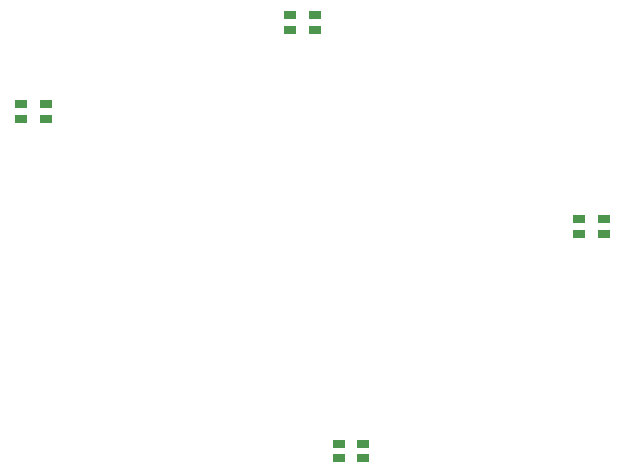
<source format=gbr>
%TF.GenerationSoftware,KiCad,Pcbnew,(5.1.10)-1*%
%TF.CreationDate,2021-10-20T09:15:12+02:00*%
%TF.ProjectId,TVZ_kuglica,54565a5f-6b75-4676-9c69-63612e6b6963,rev?*%
%TF.SameCoordinates,Original*%
%TF.FileFunction,Paste,Top*%
%TF.FilePolarity,Positive*%
%FSLAX46Y46*%
G04 Gerber Fmt 4.6, Leading zero omitted, Abs format (unit mm)*
G04 Created by KiCad (PCBNEW (5.1.10)-1) date 2021-10-20 09:15:12*
%MOMM*%
%LPD*%
G01*
G04 APERTURE LIST*
%ADD10R,1.100000X0.750000*%
G04 APERTURE END LIST*
D10*
%TO.C,D6*%
X117300000Y-101875000D03*
X115200000Y-101875000D03*
X117300000Y-100625000D03*
X115200000Y-100625000D03*
%TD*%
%TO.C,D8*%
X164550000Y-111625000D03*
X162450000Y-111625000D03*
X164550000Y-110375000D03*
X162450000Y-110375000D03*
%TD*%
%TO.C,D12*%
X137950000Y-93125000D03*
X140050000Y-93125000D03*
X137950000Y-94375000D03*
X140050000Y-94375000D03*
%TD*%
%TO.C,D7*%
X142050000Y-129375000D03*
X144150000Y-129375000D03*
X142050000Y-130625000D03*
X144150000Y-130625000D03*
%TD*%
M02*

</source>
